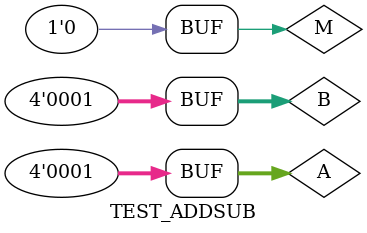
<source format=v>
`timescale 1ns / 1ps


module TEST_ADDSUB;

	// Inputs
	reg [3:0] A;
	reg [3:0] B;
	reg M;

	// Outputs
	wire [3:0] z;
	wire C;
	wire V;

	// Instantiate the Unit Under Test (UUT)
	AdderSubtractor uut (
		.A(A), 
		.B(B), 
		.M(M), 
		.z(z), 
		.C(C), 
		.V(V)
	);

	initial begin
		// Initialize Inputs
		A = 0001;
		B = 0001;
		M = 0;

		// Wait 100 ns for global reset to finish
		#100;
        
		// Add stimulus here

	end
      
endmodule


</source>
